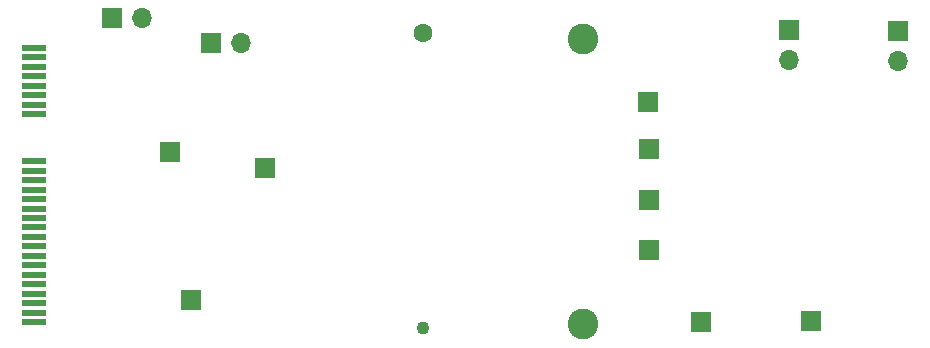
<source format=gbr>
%TF.GenerationSoftware,KiCad,Pcbnew,(6.0.2)*%
%TF.CreationDate,2022-07-28T16:32:46-07:00*%
%TF.ProjectId,mpcie1extv01,6d706369-6531-4657-9874-7630312e6b69,v01*%
%TF.SameCoordinates,Original*%
%TF.FileFunction,Soldermask,Bot*%
%TF.FilePolarity,Negative*%
%FSLAX46Y46*%
G04 Gerber Fmt 4.6, Leading zero omitted, Abs format (unit mm)*
G04 Created by KiCad (PCBNEW (6.0.2)) date 2022-07-28 16:32:46*
%MOMM*%
%LPD*%
G01*
G04 APERTURE LIST*
%ADD10C,2.600000*%
%ADD11R,2.000000X0.600000*%
%ADD12O,1.700000X1.700000*%
%ADD13R,1.700000X1.700000*%
%ADD14C,1.100000*%
%ADD15C,1.600000*%
G04 APERTURE END LIST*
D10*
%TO.C,U1*%
X113035750Y-172100000D03*
X113035750Y-147900000D03*
D11*
X66535750Y-171900000D03*
X66535750Y-171100000D03*
X66535750Y-170300000D03*
X66535750Y-169500000D03*
X66535750Y-168700000D03*
X66535750Y-167900000D03*
X66535750Y-167100000D03*
X66535750Y-166300000D03*
X66535750Y-165500000D03*
X66535750Y-164700000D03*
X66535750Y-163900000D03*
X66535750Y-163100000D03*
X66535750Y-162300000D03*
X66535750Y-161500000D03*
X66535750Y-160700000D03*
X66535750Y-159900000D03*
X66535750Y-159100000D03*
X66535750Y-158300000D03*
X66535750Y-154300000D03*
X66535750Y-153500000D03*
X66535750Y-152700000D03*
X66535750Y-151900000D03*
X66535750Y-151100000D03*
X66535750Y-150300000D03*
X66535750Y-149500000D03*
X66535750Y-148700000D03*
%TD*%
D12*
%TO.C,J4*%
X84042250Y-148309000D03*
D13*
X81502250Y-148309000D03*
%TD*%
D12*
%TO.C,J15*%
X139677250Y-149834000D03*
D13*
X139677250Y-147294000D03*
%TD*%
D12*
%TO.C,J14*%
X130437250Y-149684000D03*
D13*
X130437250Y-147144000D03*
%TD*%
%TO.C,J13*%
X118547250Y-153299000D03*
%TD*%
%TO.C,J12*%
X118607250Y-157249000D03*
%TD*%
%TO.C,J11*%
X118607250Y-161549000D03*
%TD*%
%TO.C,J10*%
X118607250Y-165799000D03*
%TD*%
%TO.C,J9*%
X78047250Y-157509000D03*
%TD*%
%TO.C,J8*%
X86107250Y-158899000D03*
%TD*%
%TO.C,J7*%
X132337250Y-171859000D03*
%TD*%
%TO.C,J6*%
X123027250Y-171919000D03*
%TD*%
%TO.C,J5*%
X79850000Y-170050000D03*
%TD*%
D12*
%TO.C,J3*%
X75722250Y-146164000D03*
D13*
X73182250Y-146164000D03*
%TD*%
D14*
%TO.C,J2*%
X99434250Y-172434000D03*
D15*
X99434250Y-147434000D03*
%TD*%
M02*

</source>
